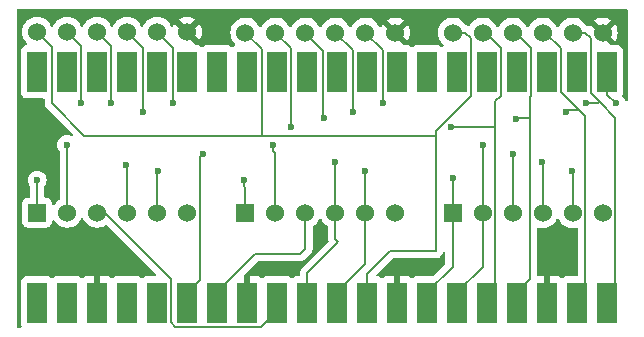
<source format=gbr>
%TF.GenerationSoftware,KiCad,Pcbnew,8.0.5*%
%TF.CreationDate,2024-10-27T11:23:10+01:00*%
%TF.ProjectId,hpdl display,6870646c-2064-4697-9370-6c61792e6b69,rev?*%
%TF.SameCoordinates,Original*%
%TF.FileFunction,Copper,L2,Bot*%
%TF.FilePolarity,Positive*%
%FSLAX46Y46*%
G04 Gerber Fmt 4.6, Leading zero omitted, Abs format (unit mm)*
G04 Created by KiCad (PCBNEW 8.0.5) date 2024-10-27 11:23:10*
%MOMM*%
%LPD*%
G01*
G04 APERTURE LIST*
%TA.AperFunction,ComponentPad*%
%ADD10R,1.524000X1.524000*%
%TD*%
%TA.AperFunction,ComponentPad*%
%ADD11C,1.524000*%
%TD*%
%TA.AperFunction,SMDPad,CuDef*%
%ADD12R,1.700000X3.500000*%
%TD*%
%TA.AperFunction,ViaPad*%
%ADD13C,0.600000*%
%TD*%
%TA.AperFunction,Conductor*%
%ADD14C,0.200000*%
%TD*%
G04 APERTURE END LIST*
D10*
%TO.P,U1,1,D5*%
%TO.N,/D5*%
X133740000Y-90250000D03*
D11*
%TO.P,U1,2,D4*%
%TO.N,/D4*%
X136280000Y-90250000D03*
%TO.P,U1,3,WR*%
%TO.N,/WR0*%
X138820000Y-90250000D03*
%TO.P,U1,4,A1*%
%TO.N,/A1*%
X141360000Y-90250000D03*
%TO.P,U1,5,A0*%
%TO.N,/A0*%
X143900000Y-90250000D03*
%TO.P,U1,6,VDD*%
%TO.N,VCC*%
X146440000Y-90250000D03*
%TO.P,U1,7,GND*%
%TO.N,GND*%
X146440000Y-74950000D03*
%TO.P,U1,8,D0*%
%TO.N,/D0*%
X143900000Y-74950000D03*
%TO.P,U1,9,D1*%
%TO.N,/D1*%
X141360000Y-74950000D03*
%TO.P,U1,10,D2*%
%TO.N,/D2*%
X138820000Y-74950000D03*
%TO.P,U1,11,D3*%
%TO.N,/D3*%
X136280000Y-74950000D03*
%TO.P,U1,12,D6*%
%TO.N,/D6*%
X133740000Y-74950000D03*
%TD*%
D10*
%TO.P,U3,1,D5*%
%TO.N,/D5*%
X168920000Y-90300000D03*
D11*
%TO.P,U3,2,D4*%
%TO.N,/D4*%
X171460000Y-90300000D03*
%TO.P,U3,3,WR*%
%TO.N,/WR2*%
X174000000Y-90300000D03*
%TO.P,U3,4,A1*%
%TO.N,/A1*%
X176540000Y-90300000D03*
%TO.P,U3,5,A0*%
%TO.N,/A0*%
X179080000Y-90300000D03*
%TO.P,U3,6,VDD*%
%TO.N,VCC*%
X181620000Y-90300000D03*
%TO.P,U3,7,GND*%
%TO.N,GND*%
X181620000Y-75000000D03*
%TO.P,U3,8,D0*%
%TO.N,/D0*%
X179080000Y-75000000D03*
%TO.P,U3,9,D1*%
%TO.N,/D1*%
X176540000Y-75000000D03*
%TO.P,U3,10,D2*%
%TO.N,/D2*%
X174000000Y-75000000D03*
%TO.P,U3,11,D3*%
%TO.N,/D3*%
X171460000Y-75000000D03*
%TO.P,U3,12,D6*%
%TO.N,/D6*%
X168920000Y-75000000D03*
%TD*%
D10*
%TO.P,U2,1,D5*%
%TO.N,/D5*%
X151380000Y-90300000D03*
D11*
%TO.P,U2,2,D4*%
%TO.N,/D4*%
X153920000Y-90300000D03*
%TO.P,U2,3,WR*%
%TO.N,/WR1*%
X156460000Y-90300000D03*
%TO.P,U2,4,A1*%
%TO.N,/A1*%
X159000000Y-90300000D03*
%TO.P,U2,5,A0*%
%TO.N,/A0*%
X161540000Y-90300000D03*
%TO.P,U2,6,VDD*%
%TO.N,VCC*%
X164080000Y-90300000D03*
%TO.P,U2,7,GND*%
%TO.N,GND*%
X164080000Y-75000000D03*
%TO.P,U2,8,D0*%
%TO.N,/D0*%
X161540000Y-75000000D03*
%TO.P,U2,9,D1*%
%TO.N,/D1*%
X159000000Y-75000000D03*
%TO.P,U2,10,D2*%
%TO.N,/D2*%
X156460000Y-75000000D03*
%TO.P,U2,11,D3*%
%TO.N,/D3*%
X153920000Y-75000000D03*
%TO.P,U2,12,D6*%
%TO.N,/D6*%
X151380000Y-75000000D03*
%TD*%
D12*
%TO.P,U4,1,GPIO0*%
%TO.N,/D0*%
X182000000Y-97900000D03*
%TO.P,U4,2,GPIO1*%
%TO.N,/D1*%
X179460000Y-97900000D03*
%TO.P,U4,3,GND*%
%TO.N,GND*%
X176920000Y-97900000D03*
%TO.P,U4,4,GPIO2*%
%TO.N,/D2*%
X174380000Y-97900000D03*
%TO.P,U4,5,GPIO3*%
%TO.N,/D3*%
X171840000Y-97900000D03*
%TO.P,U4,6,GPIO4*%
%TO.N,/D4*%
X169300000Y-97900000D03*
%TO.P,U4,7,GPIO5*%
%TO.N,/D5*%
X166760000Y-97900000D03*
%TO.P,U4,8,GND*%
%TO.N,GND*%
X164220000Y-97900000D03*
%TO.P,U4,9,GPIO6*%
%TO.N,/D6*%
X161680000Y-97900000D03*
%TO.P,U4,10,GPIO7*%
%TO.N,/A0*%
X159140000Y-97900000D03*
%TO.P,U4,11,GPIO8*%
%TO.N,/A1*%
X156600000Y-97900000D03*
%TO.P,U4,12,GPIO9*%
%TO.N,/WR0*%
X154060000Y-97900000D03*
%TO.P,U4,13,GND*%
%TO.N,GND*%
X151520000Y-97900000D03*
%TO.P,U4,14,GPIO10*%
%TO.N,/WR1*%
X148980000Y-97900000D03*
%TO.P,U4,15,GPIO11*%
%TO.N,/WR2*%
X146440000Y-97900000D03*
%TO.P,U4,16,GPIO12*%
%TO.N,unconnected-(U4-GPIO12-Pad16)*%
X143900000Y-97900000D03*
%TO.P,U4,17,GPIO13*%
%TO.N,unconnected-(U4-GPIO13-Pad17)*%
X141360000Y-97900000D03*
%TO.P,U4,18,GND*%
%TO.N,GND*%
X138820000Y-97900000D03*
%TO.P,U4,19,GPIO14*%
%TO.N,unconnected-(U4-GPIO14-Pad19)*%
X136280000Y-97900000D03*
%TO.P,U4,20,GPIO15*%
%TO.N,unconnected-(U4-GPIO15-Pad20)*%
X133740000Y-97900000D03*
%TO.P,U4,21,GPIO16*%
%TO.N,unconnected-(U4-GPIO16-Pad21)*%
X133740000Y-78320000D03*
%TO.P,U4,22,GPIO17*%
%TO.N,unconnected-(U4-GPIO17-Pad22)*%
X136280000Y-78320000D03*
%TO.P,U4,23,GND*%
%TO.N,unconnected-(U4-GND-Pad23)*%
X138820000Y-78320000D03*
%TO.P,U4,24,GPIO18*%
%TO.N,unconnected-(U4-GPIO18-Pad24)*%
X141360000Y-78320000D03*
%TO.P,U4,25,GPIO19*%
%TO.N,unconnected-(U4-GPIO19-Pad25)*%
X143900000Y-78320000D03*
%TO.P,U4,26,GPIO20*%
%TO.N,unconnected-(U4-GPIO20-Pad26)*%
X146440000Y-78320000D03*
%TO.P,U4,27,GPIO21*%
%TO.N,unconnected-(U4-GPIO21-Pad27)*%
X148980000Y-78320000D03*
%TO.P,U4,28,GND*%
%TO.N,unconnected-(U4-GND-Pad28)*%
X151520000Y-78320000D03*
%TO.P,U4,29,GPIO22*%
%TO.N,unconnected-(U4-GPIO22-Pad29)*%
X154060000Y-78320000D03*
%TO.P,U4,30,RUN*%
%TO.N,unconnected-(U4-RUN-Pad30)*%
X156600000Y-78320000D03*
%TO.P,U4,31,GPIO26_ADC0*%
%TO.N,unconnected-(U4-GPIO26_ADC0-Pad31)*%
X159140000Y-78320000D03*
%TO.P,U4,32,GPIO27_ADC1*%
%TO.N,unconnected-(U4-GPIO27_ADC1-Pad32)*%
X161680000Y-78320000D03*
%TO.P,U4,33,AGND*%
%TO.N,unconnected-(U4-AGND-Pad33)*%
X164220000Y-78320000D03*
%TO.P,U4,34,GPIO28_ADC2*%
%TO.N,unconnected-(U4-GPIO28_ADC2-Pad34)*%
X166760000Y-78320000D03*
%TO.P,U4,35,ADC_VREF*%
%TO.N,unconnected-(U4-ADC_VREF-Pad35)*%
X169300000Y-78320000D03*
%TO.P,U4,36,3V3*%
%TO.N,unconnected-(U4-3V3-Pad36)*%
X171840000Y-78320000D03*
%TO.P,U4,37,3V3_EN*%
%TO.N,unconnected-(U4-3V3_EN-Pad37)*%
X174380000Y-78320000D03*
%TO.P,U4,38,GND*%
%TO.N,unconnected-(U4-GND-Pad38)*%
X176920000Y-78320000D03*
%TO.P,U4,39,VSYS*%
%TO.N,unconnected-(U4-VSYS-Pad39)*%
X179460000Y-78320000D03*
%TO.P,U4,40,VBUS*%
%TO.N,VCC*%
X182000000Y-78320000D03*
%TD*%
D13*
%TO.N,GND*%
X177000000Y-95000000D03*
X164250000Y-95000000D03*
X153000000Y-95000000D03*
X142250000Y-95000000D03*
%TO.N,VCC*%
X182750000Y-81000000D03*
%TO.N,/D4*%
X171500000Y-84500000D03*
X153750000Y-84500000D03*
X136250000Y-84500000D03*
%TO.N,/D3*%
X168750000Y-83000000D03*
X137500000Y-81000000D03*
X155250000Y-83000000D03*
%TO.N,/A0*%
X144000000Y-86750000D03*
X161500000Y-86750000D03*
X179000000Y-86750000D03*
%TO.N,/D1*%
X178500000Y-81750000D03*
X142750000Y-81750000D03*
X160500000Y-81750000D03*
%TO.N,/A1*%
X176500000Y-86000000D03*
X159000000Y-86000000D03*
X141250000Y-86250000D03*
%TO.N,/D5*%
X133750000Y-87500000D03*
X151250000Y-87500000D03*
X168920000Y-87350000D03*
%TO.N,/D2*%
X158000000Y-82250000D03*
X140000000Y-81000000D03*
X174250000Y-82350000D03*
%TO.N,/D0*%
X145250000Y-81000000D03*
X180250000Y-81000000D03*
X163000000Y-81000000D03*
%TO.N,/WR2*%
X174000000Y-85250000D03*
X147750000Y-85250000D03*
%TD*%
D14*
%TO.N,VCC*%
X182000000Y-79220000D02*
X182000000Y-80250000D01*
X182000000Y-80250000D02*
X182750000Y-81000000D01*
%TO.N,/D6*%
X152750000Y-76370000D02*
X151380000Y-75000000D01*
X167500000Y-83750000D02*
X152750000Y-83750000D01*
X152750000Y-83750000D02*
X137750000Y-83750000D01*
X135000000Y-76210000D02*
X133740000Y-74950000D01*
X163596000Y-93500000D02*
X167500000Y-93500000D01*
X170450000Y-80370000D02*
X170450000Y-75452370D01*
X167500000Y-93500000D02*
X167500000Y-83750000D01*
X135000000Y-81000000D02*
X135000000Y-76210000D01*
X161680000Y-97000000D02*
X161680000Y-95416000D01*
X161680000Y-95416000D02*
X163596000Y-93500000D01*
X169997630Y-75000000D02*
X168920000Y-75000000D01*
X167500000Y-83320000D02*
X170450000Y-80370000D01*
X167500000Y-83750000D02*
X167500000Y-83320000D01*
X152750000Y-83750000D02*
X152750000Y-76370000D01*
X170450000Y-75452370D02*
X169997630Y-75000000D01*
X137750000Y-83750000D02*
X135000000Y-81000000D01*
%TO.N,/D4*%
X136280000Y-84530000D02*
X136280000Y-90250000D01*
X171460000Y-90300000D02*
X171460000Y-84540000D01*
X171460000Y-94840000D02*
X171460000Y-90300000D01*
X171460000Y-84540000D02*
X171500000Y-84500000D01*
X153920000Y-85170000D02*
X153920000Y-90300000D01*
X153750000Y-85000000D02*
X153920000Y-85170000D01*
X169300000Y-97000000D02*
X171460000Y-94840000D01*
X136250000Y-84500000D02*
X136280000Y-84530000D01*
X153750000Y-84500000D02*
X153750000Y-85000000D01*
%TO.N,/D3*%
X137500000Y-81000000D02*
X137500000Y-76170000D01*
X155250000Y-76330000D02*
X153920000Y-75000000D01*
X155250000Y-83000000D02*
X155250000Y-76330000D01*
X172990000Y-76270000D02*
X171720000Y-75000000D01*
X172522000Y-80838000D02*
X172990000Y-80370000D01*
X172522000Y-83000000D02*
X172522000Y-80838000D01*
X171720000Y-75000000D02*
X171460000Y-75000000D01*
X137500000Y-76170000D02*
X136280000Y-74950000D01*
X172522000Y-83000000D02*
X168750000Y-83000000D01*
X172990000Y-80370000D02*
X172990000Y-76270000D01*
X172522000Y-96318000D02*
X172522000Y-83000000D01*
X171840000Y-97000000D02*
X172522000Y-96318000D01*
%TO.N,/A0*%
X143900000Y-86850000D02*
X144000000Y-86750000D01*
X179080000Y-86830000D02*
X179000000Y-86750000D01*
X179080000Y-90300000D02*
X179080000Y-86830000D01*
X161540000Y-86790000D02*
X161540000Y-90300000D01*
X161500000Y-86750000D02*
X161540000Y-86790000D01*
X159140000Y-97000000D02*
X161540000Y-94600000D01*
X143900000Y-90250000D02*
X143900000Y-86850000D01*
X161540000Y-94600000D02*
X161540000Y-90300000D01*
%TO.N,/WR0*%
X145450000Y-99950000D02*
X145050000Y-99550000D01*
X139450000Y-90250000D02*
X138820000Y-90250000D01*
X154060000Y-97000000D02*
X154060000Y-98560000D01*
X152670000Y-99950000D02*
X145450000Y-99950000D01*
X154060000Y-98560000D02*
X152670000Y-99950000D01*
X145050000Y-95850000D02*
X139450000Y-90250000D01*
X145050000Y-99550000D02*
X145050000Y-95850000D01*
%TO.N,/D1*%
X176750000Y-75000000D02*
X176540000Y-75000000D01*
X180142000Y-96318000D02*
X180142000Y-82072000D01*
X160500000Y-76500000D02*
X159000000Y-75000000D01*
X142750000Y-76340000D02*
X141360000Y-74950000D01*
X160500000Y-81750000D02*
X160500000Y-76500000D01*
X178070000Y-76320000D02*
X176750000Y-75000000D01*
X178660000Y-81590000D02*
X178500000Y-81750000D01*
X180142000Y-82072000D02*
X179660000Y-81590000D01*
X179660000Y-81590000D02*
X178660000Y-81590000D01*
X142750000Y-81750000D02*
X142750000Y-76340000D01*
X178070000Y-80000000D02*
X178070000Y-76320000D01*
X179460000Y-97000000D02*
X180142000Y-96318000D01*
X179660000Y-81590000D02*
X178070000Y-80000000D01*
%TO.N,/A1*%
X176540000Y-86040000D02*
X176500000Y-86000000D01*
X141250000Y-86250000D02*
X141360000Y-86360000D01*
X159000000Y-86000000D02*
X159000000Y-90300000D01*
X156600000Y-97000000D02*
X156600000Y-95400000D01*
X159250000Y-92750000D02*
X159000000Y-92500000D01*
X176540000Y-90300000D02*
X176540000Y-86040000D01*
X141360000Y-86360000D02*
X141360000Y-90250000D01*
X159000000Y-92500000D02*
X159000000Y-90300000D01*
X156600000Y-95400000D02*
X159250000Y-92750000D01*
%TO.N,/D5*%
X151250000Y-88000000D02*
X151380000Y-88130000D01*
X168920000Y-94840000D02*
X168920000Y-90300000D01*
X151250000Y-87500000D02*
X151250000Y-88000000D01*
X133740000Y-87510000D02*
X133740000Y-90250000D01*
X151380000Y-88130000D02*
X151380000Y-90300000D01*
X166760000Y-97000000D02*
X168920000Y-94840000D01*
X133750000Y-87500000D02*
X133740000Y-87510000D01*
X168920000Y-87330000D02*
X168920000Y-87350000D01*
X168920000Y-87330000D02*
X169000000Y-87250000D01*
X168920000Y-90300000D02*
X168920000Y-87330000D01*
%TO.N,/D2*%
X174380000Y-97000000D02*
X175478000Y-95902000D01*
X157990000Y-76530000D02*
X156460000Y-75000000D01*
X175478000Y-95902000D02*
X175478000Y-82250000D01*
X174250000Y-75000000D02*
X174000000Y-75000000D01*
X140000000Y-81000000D02*
X140000000Y-76130000D01*
X158000000Y-82250000D02*
X157990000Y-82240000D01*
X174350000Y-82250000D02*
X174250000Y-82350000D01*
X175478000Y-82250000D02*
X174350000Y-82250000D01*
X140000000Y-76130000D02*
X138820000Y-74950000D01*
X157990000Y-82240000D02*
X157990000Y-76530000D01*
X175478000Y-80422000D02*
X175530000Y-80370000D01*
X175478000Y-82250000D02*
X175478000Y-80422000D01*
X175530000Y-80370000D02*
X175530000Y-76280000D01*
X175530000Y-76280000D02*
X174250000Y-75000000D01*
%TO.N,/D0*%
X181250000Y-81000000D02*
X180250000Y-81000000D01*
X181365000Y-80885000D02*
X180610000Y-80130000D01*
X163000000Y-81000000D02*
X163000000Y-76460000D01*
X145250000Y-76300000D02*
X143900000Y-74950000D01*
X182000000Y-97000000D02*
X182682000Y-96318000D01*
X182682000Y-96318000D02*
X182682000Y-82202000D01*
X181365000Y-80885000D02*
X181250000Y-81000000D01*
X145250000Y-81000000D02*
X145250000Y-76300000D01*
X180610000Y-75491895D02*
X180118105Y-75000000D01*
X180118105Y-75000000D02*
X179080000Y-75000000D01*
X182682000Y-82202000D02*
X181365000Y-80885000D01*
X163000000Y-76460000D02*
X161540000Y-75000000D01*
X180610000Y-80130000D02*
X180610000Y-75491895D01*
%TO.N,/WR1*%
X152230000Y-93750000D02*
X156000000Y-93750000D01*
X148980000Y-97000000D02*
X152230000Y-93750000D01*
X156460000Y-93290000D02*
X156460000Y-90300000D01*
X156000000Y-93750000D02*
X156460000Y-93290000D01*
%TO.N,/WR2*%
X146440000Y-97000000D02*
X147502000Y-95938000D01*
X147502000Y-95938000D02*
X147502000Y-85498000D01*
X174000000Y-85250000D02*
X174000000Y-90300000D01*
X147502000Y-85498000D02*
X147750000Y-85250000D01*
%TD*%
%TA.AperFunction,Conductor*%
%TO.N,GND*%
G36*
X183692539Y-73020185D02*
G01*
X183738294Y-73072989D01*
X183749500Y-73124500D01*
X183749500Y-80702885D01*
X183729815Y-80769924D01*
X183677011Y-80815679D01*
X183607853Y-80825623D01*
X183544297Y-80796598D01*
X183508459Y-80743840D01*
X183475790Y-80650479D01*
X183421508Y-80564091D01*
X183379816Y-80497738D01*
X183323145Y-80441067D01*
X183289660Y-80379744D01*
X183294643Y-80310058D01*
X183344091Y-80177483D01*
X183350500Y-80117873D01*
X183350499Y-76522128D01*
X183344091Y-76462517D01*
X183293796Y-76327669D01*
X183293795Y-76327668D01*
X183293793Y-76327664D01*
X183207547Y-76212455D01*
X183207544Y-76212452D01*
X183092335Y-76126206D01*
X183092328Y-76126202D01*
X182957482Y-76075908D01*
X182957483Y-76075908D01*
X182897883Y-76069501D01*
X182897881Y-76069500D01*
X182897873Y-76069500D01*
X182897865Y-76069500D01*
X182387309Y-76069500D01*
X182320270Y-76049815D01*
X182299628Y-76033181D01*
X181641447Y-75375000D01*
X181919370Y-75375000D01*
X182014745Y-75349444D01*
X182100255Y-75300075D01*
X182170075Y-75230255D01*
X182182422Y-75208869D01*
X182671741Y-75698188D01*
X182717094Y-75633417D01*
X182717100Y-75633407D01*
X182810419Y-75433284D01*
X182810424Y-75433270D01*
X182867573Y-75219986D01*
X182867575Y-75219976D01*
X182886821Y-75000000D01*
X182886821Y-74999999D01*
X182867575Y-74780023D01*
X182867573Y-74780013D01*
X182810424Y-74566729D01*
X182810420Y-74566720D01*
X182717096Y-74366586D01*
X182671741Y-74301811D01*
X182671740Y-74301810D01*
X182182421Y-74791129D01*
X182170075Y-74769745D01*
X182100255Y-74699925D01*
X182014745Y-74650556D01*
X181919370Y-74625000D01*
X181641448Y-74625000D01*
X182318188Y-73948259D01*
X182318187Y-73948258D01*
X182253411Y-73902901D01*
X182253405Y-73902898D01*
X182053284Y-73809580D01*
X182053270Y-73809575D01*
X181839986Y-73752426D01*
X181839976Y-73752424D01*
X181620001Y-73733179D01*
X181619999Y-73733179D01*
X181400023Y-73752424D01*
X181400013Y-73752426D01*
X181186729Y-73809575D01*
X181186720Y-73809579D01*
X180986590Y-73902901D01*
X180921811Y-73948258D01*
X181598553Y-74625000D01*
X181320630Y-74625000D01*
X181225255Y-74650556D01*
X181139745Y-74699925D01*
X181069925Y-74769745D01*
X181057577Y-74791130D01*
X180568258Y-74301811D01*
X180522901Y-74366589D01*
X180516203Y-74380954D01*
X180470029Y-74433392D01*
X180402835Y-74452542D01*
X180356366Y-74443106D01*
X180349892Y-74440424D01*
X180349890Y-74440423D01*
X180245174Y-74412364D01*
X180185516Y-74376000D01*
X180175695Y-74363713D01*
X180166566Y-74350676D01*
X180097341Y-74251811D01*
X180050827Y-74185381D01*
X180000823Y-74135377D01*
X179894620Y-74029174D01*
X179894616Y-74029171D01*
X179894615Y-74029170D01*
X179713666Y-73902468D01*
X179713662Y-73902466D01*
X179704638Y-73898258D01*
X179513450Y-73809106D01*
X179513447Y-73809105D01*
X179513445Y-73809104D01*
X179300070Y-73751930D01*
X179300062Y-73751929D01*
X179080002Y-73732677D01*
X179079998Y-73732677D01*
X178859937Y-73751929D01*
X178859929Y-73751930D01*
X178646554Y-73809104D01*
X178646548Y-73809107D01*
X178446340Y-73902465D01*
X178446338Y-73902466D01*
X178265377Y-74029175D01*
X178109175Y-74185377D01*
X177982466Y-74366338D01*
X177982465Y-74366340D01*
X177922382Y-74495189D01*
X177876209Y-74547628D01*
X177809016Y-74566780D01*
X177742135Y-74546564D01*
X177697618Y-74495189D01*
X177673331Y-74443106D01*
X177637534Y-74366339D01*
X177557341Y-74251811D01*
X177510827Y-74185381D01*
X177460823Y-74135377D01*
X177354620Y-74029174D01*
X177354616Y-74029171D01*
X177354615Y-74029170D01*
X177173666Y-73902468D01*
X177173662Y-73902466D01*
X177164638Y-73898258D01*
X176973450Y-73809106D01*
X176973447Y-73809105D01*
X176973445Y-73809104D01*
X176760070Y-73751930D01*
X176760062Y-73751929D01*
X176540002Y-73732677D01*
X176539998Y-73732677D01*
X176319937Y-73751929D01*
X176319929Y-73751930D01*
X176106554Y-73809104D01*
X176106548Y-73809107D01*
X175906340Y-73902465D01*
X175906338Y-73902466D01*
X175725377Y-74029175D01*
X175569175Y-74185377D01*
X175442466Y-74366338D01*
X175442465Y-74366340D01*
X175382382Y-74495189D01*
X175336209Y-74547628D01*
X175269016Y-74566780D01*
X175202135Y-74546564D01*
X175157618Y-74495189D01*
X175133331Y-74443106D01*
X175097534Y-74366339D01*
X175017341Y-74251811D01*
X174970827Y-74185381D01*
X174920823Y-74135377D01*
X174814620Y-74029174D01*
X174814616Y-74029171D01*
X174814615Y-74029170D01*
X174633666Y-73902468D01*
X174633662Y-73902466D01*
X174624638Y-73898258D01*
X174433450Y-73809106D01*
X174433447Y-73809105D01*
X174433445Y-73809104D01*
X174220070Y-73751930D01*
X174220062Y-73751929D01*
X174000002Y-73732677D01*
X173999998Y-73732677D01*
X173779937Y-73751929D01*
X173779929Y-73751930D01*
X173566554Y-73809104D01*
X173566548Y-73809107D01*
X173366340Y-73902465D01*
X173366338Y-73902466D01*
X173185377Y-74029175D01*
X173029175Y-74185377D01*
X172902466Y-74366338D01*
X172902465Y-74366340D01*
X172842382Y-74495189D01*
X172796209Y-74547628D01*
X172729016Y-74566780D01*
X172662135Y-74546564D01*
X172617618Y-74495189D01*
X172593331Y-74443106D01*
X172557534Y-74366339D01*
X172477341Y-74251811D01*
X172430827Y-74185381D01*
X172380823Y-74135377D01*
X172274620Y-74029174D01*
X172274616Y-74029171D01*
X172274615Y-74029170D01*
X172093666Y-73902468D01*
X172093662Y-73902466D01*
X172084638Y-73898258D01*
X171893450Y-73809106D01*
X171893447Y-73809105D01*
X171893445Y-73809104D01*
X171680070Y-73751930D01*
X171680062Y-73751929D01*
X171460002Y-73732677D01*
X171459998Y-73732677D01*
X171239937Y-73751929D01*
X171239929Y-73751930D01*
X171026554Y-73809104D01*
X171026548Y-73809107D01*
X170826340Y-73902465D01*
X170826338Y-73902466D01*
X170645377Y-74029175D01*
X170489175Y-74185377D01*
X170362466Y-74366337D01*
X170362461Y-74366345D01*
X170360947Y-74369594D01*
X170359900Y-74370782D01*
X170359758Y-74371029D01*
X170359708Y-74371000D01*
X170314771Y-74422030D01*
X170247576Y-74441177D01*
X170216477Y-74436956D01*
X170076687Y-74399499D01*
X170076686Y-74399499D01*
X170076048Y-74399328D01*
X170016388Y-74362962D01*
X170006567Y-74350676D01*
X169890827Y-74185381D01*
X169840823Y-74135377D01*
X169734620Y-74029174D01*
X169734616Y-74029171D01*
X169734615Y-74029170D01*
X169553666Y-73902468D01*
X169553662Y-73902466D01*
X169544638Y-73898258D01*
X169353450Y-73809106D01*
X169353447Y-73809105D01*
X169353445Y-73809104D01*
X169140070Y-73751930D01*
X169140062Y-73751929D01*
X168920002Y-73732677D01*
X168919998Y-73732677D01*
X168699937Y-73751929D01*
X168699929Y-73751930D01*
X168486554Y-73809104D01*
X168486548Y-73809107D01*
X168286340Y-73902465D01*
X168286338Y-73902466D01*
X168105377Y-74029175D01*
X167949175Y-74185377D01*
X167822466Y-74366338D01*
X167822465Y-74366340D01*
X167729107Y-74566548D01*
X167729104Y-74566554D01*
X167671930Y-74779929D01*
X167671929Y-74779937D01*
X167652677Y-74999997D01*
X167652677Y-75000002D01*
X167671929Y-75220062D01*
X167671930Y-75220070D01*
X167729104Y-75433445D01*
X167729105Y-75433447D01*
X167729106Y-75433450D01*
X167799151Y-75583662D01*
X167822466Y-75633662D01*
X167822468Y-75633666D01*
X167914164Y-75764621D01*
X167949174Y-75814620D01*
X168044703Y-75910149D01*
X168105381Y-75970827D01*
X168125205Y-75984708D01*
X168168830Y-76039285D01*
X168176024Y-76108783D01*
X168144501Y-76171138D01*
X168128394Y-76185549D01*
X168104312Y-76203577D01*
X168038848Y-76227995D01*
X167970574Y-76213144D01*
X167955689Y-76203578D01*
X167852330Y-76126203D01*
X167852328Y-76126202D01*
X167717482Y-76075908D01*
X167717483Y-76075908D01*
X167657883Y-76069501D01*
X167657881Y-76069500D01*
X167657873Y-76069500D01*
X167657864Y-76069500D01*
X165862129Y-76069500D01*
X165862123Y-76069501D01*
X165802516Y-76075908D01*
X165667671Y-76126202D01*
X165667669Y-76126203D01*
X165564311Y-76203578D01*
X165498847Y-76227995D01*
X165430574Y-76213144D01*
X165415689Y-76203578D01*
X165312330Y-76126203D01*
X165312328Y-76126202D01*
X165177482Y-76075908D01*
X165177483Y-76075908D01*
X165117883Y-76069501D01*
X165117881Y-76069500D01*
X165117873Y-76069500D01*
X165117865Y-76069500D01*
X164847309Y-76069500D01*
X164780270Y-76049815D01*
X164759628Y-76033181D01*
X164101447Y-75375000D01*
X164379370Y-75375000D01*
X164474745Y-75349444D01*
X164560255Y-75300075D01*
X164630075Y-75230255D01*
X164642422Y-75208869D01*
X165131741Y-75698188D01*
X165177094Y-75633417D01*
X165177100Y-75633407D01*
X165270419Y-75433284D01*
X165270424Y-75433270D01*
X165327573Y-75219986D01*
X165327575Y-75219976D01*
X165346821Y-75000000D01*
X165346821Y-74999999D01*
X165327575Y-74780023D01*
X165327573Y-74780013D01*
X165270424Y-74566729D01*
X165270420Y-74566720D01*
X165177096Y-74366586D01*
X165131741Y-74301811D01*
X165131740Y-74301810D01*
X164642421Y-74791129D01*
X164630075Y-74769745D01*
X164560255Y-74699925D01*
X164474745Y-74650556D01*
X164379370Y-74625000D01*
X164101448Y-74625000D01*
X164778188Y-73948259D01*
X164778187Y-73948258D01*
X164713411Y-73902901D01*
X164713405Y-73902898D01*
X164513284Y-73809580D01*
X164513270Y-73809575D01*
X164299986Y-73752426D01*
X164299976Y-73752424D01*
X164080001Y-73733179D01*
X164079999Y-73733179D01*
X163860023Y-73752424D01*
X163860013Y-73752426D01*
X163646729Y-73809575D01*
X163646720Y-73809579D01*
X163446590Y-73902901D01*
X163381811Y-73948258D01*
X164058553Y-74625000D01*
X163780630Y-74625000D01*
X163685255Y-74650556D01*
X163599745Y-74699925D01*
X163529925Y-74769745D01*
X163517577Y-74791130D01*
X163028258Y-74301811D01*
X162982901Y-74366590D01*
X162922658Y-74495781D01*
X162876485Y-74548220D01*
X162809292Y-74567372D01*
X162742411Y-74547156D01*
X162697894Y-74495781D01*
X162673331Y-74443106D01*
X162637534Y-74366339D01*
X162557341Y-74251811D01*
X162510827Y-74185381D01*
X162460823Y-74135377D01*
X162354620Y-74029174D01*
X162354616Y-74029171D01*
X162354615Y-74029170D01*
X162173666Y-73902468D01*
X162173662Y-73902466D01*
X162164638Y-73898258D01*
X161973450Y-73809106D01*
X161973447Y-73809105D01*
X161973445Y-73809104D01*
X161760070Y-73751930D01*
X161760062Y-73751929D01*
X161540002Y-73732677D01*
X161539998Y-73732677D01*
X161319937Y-73751929D01*
X161319929Y-73751930D01*
X161106554Y-73809104D01*
X161106548Y-73809107D01*
X160906340Y-73902465D01*
X160906338Y-73902466D01*
X160725377Y-74029175D01*
X160569175Y-74185377D01*
X160442466Y-74366338D01*
X160442465Y-74366340D01*
X160382382Y-74495189D01*
X160336209Y-74547628D01*
X160269016Y-74566780D01*
X160202135Y-74546564D01*
X160157618Y-74495189D01*
X160133331Y-74443106D01*
X160097534Y-74366339D01*
X160017341Y-74251811D01*
X159970827Y-74185381D01*
X159920823Y-74135377D01*
X159814620Y-74029174D01*
X159814616Y-74029171D01*
X159814615Y-74029170D01*
X159633666Y-73902468D01*
X159633662Y-73902466D01*
X159624638Y-73898258D01*
X159433450Y-73809106D01*
X159433447Y-73809105D01*
X159433445Y-73809104D01*
X159220070Y-73751930D01*
X159220062Y-73751929D01*
X159000002Y-73732677D01*
X158999998Y-73732677D01*
X158779937Y-73751929D01*
X158779929Y-73751930D01*
X158566554Y-73809104D01*
X158566548Y-73809107D01*
X158366340Y-73902465D01*
X158366338Y-73902466D01*
X158185377Y-74029175D01*
X158029175Y-74185377D01*
X157902466Y-74366338D01*
X157902465Y-74366340D01*
X157842382Y-74495189D01*
X157796209Y-74547628D01*
X157729016Y-74566780D01*
X157662135Y-74546564D01*
X157617618Y-74495189D01*
X157593331Y-74443106D01*
X157557534Y-74366339D01*
X157477341Y-74251811D01*
X157430827Y-74185381D01*
X157380823Y-74135377D01*
X157274620Y-74029174D01*
X157274616Y-74029171D01*
X157274615Y-74029170D01*
X157093666Y-73902468D01*
X157093662Y-73902466D01*
X157084638Y-73898258D01*
X156893450Y-73809106D01*
X156893447Y-73809105D01*
X156893445Y-73809104D01*
X156680070Y-73751930D01*
X156680062Y-73751929D01*
X156460002Y-73732677D01*
X156459998Y-73732677D01*
X156239937Y-73751929D01*
X156239929Y-73751930D01*
X156026554Y-73809104D01*
X156026548Y-73809107D01*
X155826340Y-73902465D01*
X155826338Y-73902466D01*
X155645377Y-74029175D01*
X155489175Y-74185377D01*
X155362466Y-74366338D01*
X155362465Y-74366340D01*
X155302382Y-74495189D01*
X155256209Y-74547628D01*
X155189016Y-74566780D01*
X155122135Y-74546564D01*
X155077618Y-74495189D01*
X155053331Y-74443106D01*
X155017534Y-74366339D01*
X154937341Y-74251811D01*
X154890827Y-74185381D01*
X154840823Y-74135377D01*
X154734620Y-74029174D01*
X154734616Y-74029171D01*
X154734615Y-74029170D01*
X154553666Y-73902468D01*
X154553662Y-73902466D01*
X154544638Y-73898258D01*
X154353450Y-73809106D01*
X154353447Y-73809105D01*
X154353445Y-73809104D01*
X154140070Y-73751930D01*
X154140062Y-73751929D01*
X153920002Y-73732677D01*
X153919998Y-73732677D01*
X153699937Y-73751929D01*
X153699929Y-73751930D01*
X153486554Y-73809104D01*
X153486548Y-73809107D01*
X153286340Y-73902465D01*
X153286338Y-73902466D01*
X153105377Y-74029175D01*
X152949175Y-74185377D01*
X152822466Y-74366338D01*
X152822465Y-74366340D01*
X152762382Y-74495189D01*
X152716209Y-74547628D01*
X152649016Y-74566780D01*
X152582135Y-74546564D01*
X152537618Y-74495189D01*
X152513331Y-74443106D01*
X152477534Y-74366339D01*
X152397341Y-74251811D01*
X152350827Y-74185381D01*
X152300823Y-74135377D01*
X152194620Y-74029174D01*
X152194616Y-74029171D01*
X152194615Y-74029170D01*
X152013666Y-73902468D01*
X152013662Y-73902466D01*
X152004638Y-73898258D01*
X151813450Y-73809106D01*
X151813447Y-73809105D01*
X151813445Y-73809104D01*
X151600070Y-73751930D01*
X151600062Y-73751929D01*
X151380002Y-73732677D01*
X151379998Y-73732677D01*
X151159937Y-73751929D01*
X151159929Y-73751930D01*
X150946554Y-73809104D01*
X150946548Y-73809107D01*
X150746340Y-73902465D01*
X150746338Y-73902466D01*
X150565377Y-74029175D01*
X150409175Y-74185377D01*
X150282466Y-74366338D01*
X150282465Y-74366340D01*
X150189107Y-74566548D01*
X150189104Y-74566554D01*
X150131930Y-74779929D01*
X150131929Y-74779937D01*
X150112677Y-74999997D01*
X150112677Y-75000002D01*
X150131929Y-75220062D01*
X150131930Y-75220070D01*
X150189104Y-75433445D01*
X150189105Y-75433447D01*
X150189106Y-75433450D01*
X150259151Y-75583662D01*
X150282466Y-75633662D01*
X150282468Y-75633666D01*
X150374164Y-75764621D01*
X150409174Y-75814620D01*
X150458274Y-75863720D01*
X150504703Y-75910149D01*
X150538187Y-75971473D01*
X150533203Y-76041164D01*
X150491331Y-76097097D01*
X150460356Y-76114011D01*
X150427674Y-76126201D01*
X150427669Y-76126203D01*
X150324311Y-76203578D01*
X150258847Y-76227995D01*
X150190574Y-76213144D01*
X150175689Y-76203578D01*
X150072330Y-76126203D01*
X150072328Y-76126202D01*
X149937482Y-76075908D01*
X149937483Y-76075908D01*
X149877883Y-76069501D01*
X149877881Y-76069500D01*
X149877873Y-76069500D01*
X149877864Y-76069500D01*
X148082129Y-76069500D01*
X148082123Y-76069501D01*
X148022516Y-76075908D01*
X147887671Y-76126202D01*
X147887669Y-76126203D01*
X147784311Y-76203578D01*
X147718847Y-76227995D01*
X147650574Y-76213144D01*
X147635689Y-76203578D01*
X147532330Y-76126203D01*
X147532328Y-76126202D01*
X147397482Y-76075908D01*
X147397483Y-76075908D01*
X147337883Y-76069501D01*
X147337881Y-76069500D01*
X147337873Y-76069500D01*
X147337865Y-76069500D01*
X147257309Y-76069500D01*
X147190270Y-76049815D01*
X147169628Y-76033181D01*
X146461447Y-75325000D01*
X146739370Y-75325000D01*
X146834745Y-75299444D01*
X146920255Y-75250075D01*
X146990075Y-75180255D01*
X147002422Y-75158869D01*
X147491741Y-75648188D01*
X147537094Y-75583417D01*
X147537100Y-75583407D01*
X147630419Y-75383284D01*
X147630424Y-75383270D01*
X147687573Y-75169986D01*
X147687575Y-75169976D01*
X147706821Y-74950000D01*
X147706821Y-74949999D01*
X147687575Y-74730023D01*
X147687573Y-74730013D01*
X147630424Y-74516729D01*
X147630420Y-74516720D01*
X147537096Y-74316586D01*
X147491741Y-74251811D01*
X147491740Y-74251810D01*
X147002421Y-74741129D01*
X146990075Y-74719745D01*
X146920255Y-74649925D01*
X146834745Y-74600556D01*
X146739370Y-74575000D01*
X146461448Y-74575000D01*
X147138188Y-73898259D01*
X147138187Y-73898258D01*
X147073411Y-73852901D01*
X147073405Y-73852898D01*
X146873284Y-73759580D01*
X146873270Y-73759575D01*
X146659986Y-73702426D01*
X146659976Y-73702424D01*
X146440001Y-73683179D01*
X146439999Y-73683179D01*
X146220023Y-73702424D01*
X146220013Y-73702426D01*
X146006729Y-73759575D01*
X146006720Y-73759579D01*
X145806590Y-73852901D01*
X145741811Y-73898258D01*
X146418553Y-74575000D01*
X146140630Y-74575000D01*
X146045255Y-74600556D01*
X145959745Y-74649925D01*
X145889925Y-74719745D01*
X145877577Y-74741130D01*
X145388258Y-74251811D01*
X145342901Y-74316590D01*
X145282658Y-74445781D01*
X145236485Y-74498220D01*
X145169292Y-74517372D01*
X145102411Y-74497156D01*
X145057894Y-74445781D01*
X145020966Y-74366589D01*
X144997534Y-74316339D01*
X144870826Y-74135380D01*
X144714620Y-73979174D01*
X144714616Y-73979171D01*
X144714615Y-73979170D01*
X144533666Y-73852468D01*
X144533662Y-73852466D01*
X144441690Y-73809579D01*
X144333450Y-73759106D01*
X144333447Y-73759105D01*
X144333445Y-73759104D01*
X144120070Y-73701930D01*
X144120062Y-73701929D01*
X143900002Y-73682677D01*
X143899998Y-73682677D01*
X143679937Y-73701929D01*
X143679929Y-73701930D01*
X143466554Y-73759104D01*
X143466548Y-73759107D01*
X143266340Y-73852465D01*
X143266338Y-73852466D01*
X143085377Y-73979175D01*
X142929175Y-74135377D01*
X142802466Y-74316338D01*
X142802465Y-74316340D01*
X142742382Y-74445189D01*
X142696209Y-74497628D01*
X142629016Y-74516780D01*
X142562135Y-74496564D01*
X142517618Y-74445189D01*
X142480966Y-74366589D01*
X142457534Y-74316339D01*
X142330826Y-74135380D01*
X142174620Y-73979174D01*
X142174616Y-73979171D01*
X142174615Y-73979170D01*
X141993666Y-73852468D01*
X141993662Y-73852466D01*
X141901690Y-73809579D01*
X141793450Y-73759106D01*
X141793447Y-73759105D01*
X141793445Y-73759104D01*
X141580070Y-73701930D01*
X141580062Y-73701929D01*
X141360002Y-73682677D01*
X141359998Y-73682677D01*
X141139937Y-73701929D01*
X141139929Y-73701930D01*
X140926554Y-73759104D01*
X140926548Y-73759107D01*
X140726340Y-73852465D01*
X140726338Y-73852466D01*
X140545377Y-73979175D01*
X140389175Y-74135377D01*
X140262466Y-74316338D01*
X140262465Y-74316340D01*
X140202382Y-74445189D01*
X140156209Y-74497628D01*
X140089016Y-74516780D01*
X140022135Y-74496564D01*
X139977618Y-74445189D01*
X139940966Y-74366589D01*
X139917534Y-74316339D01*
X139790826Y-74135380D01*
X139634620Y-73979174D01*
X139634616Y-73979171D01*
X139634615Y-73979170D01*
X139453666Y-73852468D01*
X139453662Y-73852466D01*
X139361690Y-73809579D01*
X139253450Y-73759106D01*
X139253447Y-73759105D01*
X139253445Y-73759104D01*
X139040070Y-73701930D01*
X139040062Y-73701929D01*
X138820002Y-73682677D01*
X138819998Y-73682677D01*
X138599937Y-73701929D01*
X138599929Y-73701930D01*
X138386554Y-73759104D01*
X138386548Y-73759107D01*
X138186340Y-73852465D01*
X138186338Y-73852466D01*
X138005377Y-73979175D01*
X137849175Y-74135377D01*
X137722466Y-74316338D01*
X137722465Y-74316340D01*
X137662382Y-74445189D01*
X137616209Y-74497628D01*
X137549016Y-74516780D01*
X137482135Y-74496564D01*
X137437618Y-74445189D01*
X137400966Y-74366589D01*
X137377534Y-74316339D01*
X137250826Y-74135380D01*
X137094620Y-73979174D01*
X137094616Y-73979171D01*
X137094615Y-73979170D01*
X136913666Y-73852468D01*
X136913662Y-73852466D01*
X136821690Y-73809579D01*
X136713450Y-73759106D01*
X136713447Y-73759105D01*
X136713445Y-73759104D01*
X136500070Y-73701930D01*
X136500062Y-73701929D01*
X136280002Y-73682677D01*
X136279998Y-73682677D01*
X136059937Y-73701929D01*
X136059929Y-73701930D01*
X135846554Y-73759104D01*
X135846548Y-73759107D01*
X135646340Y-73852465D01*
X135646338Y-73852466D01*
X135465377Y-73979175D01*
X135309175Y-74135377D01*
X135182466Y-74316338D01*
X135182465Y-74316340D01*
X135122382Y-74445189D01*
X135076209Y-74497628D01*
X135009016Y-74516780D01*
X134942135Y-74496564D01*
X134897618Y-74445189D01*
X134860966Y-74366589D01*
X134837534Y-74316339D01*
X134710826Y-74135380D01*
X134554620Y-73979174D01*
X134554616Y-73979171D01*
X134554615Y-73979170D01*
X134373666Y-73852468D01*
X134373662Y-73852466D01*
X134281690Y-73809579D01*
X134173450Y-73759106D01*
X134173447Y-73759105D01*
X134173445Y-73759104D01*
X133960070Y-73701930D01*
X133960062Y-73701929D01*
X133740002Y-73682677D01*
X133739998Y-73682677D01*
X133519937Y-73701929D01*
X133519929Y-73701930D01*
X133306554Y-73759104D01*
X133306548Y-73759107D01*
X133106340Y-73852465D01*
X133106338Y-73852466D01*
X132925377Y-73979175D01*
X132769175Y-74135377D01*
X132642466Y-74316338D01*
X132642465Y-74316340D01*
X132549107Y-74516548D01*
X132549104Y-74516554D01*
X132491930Y-74729929D01*
X132491929Y-74729937D01*
X132472677Y-74949997D01*
X132472677Y-74950002D01*
X132491929Y-75170062D01*
X132491930Y-75170070D01*
X132549104Y-75383445D01*
X132549105Y-75383447D01*
X132549106Y-75383450D01*
X132572422Y-75433451D01*
X132642466Y-75583662D01*
X132642468Y-75583666D01*
X132769170Y-75764615D01*
X132769175Y-75764621D01*
X132868274Y-75863720D01*
X132901759Y-75925043D01*
X132896775Y-75994735D01*
X132854903Y-76050668D01*
X132793847Y-76074691D01*
X132782516Y-76075909D01*
X132647671Y-76126202D01*
X132647664Y-76126206D01*
X132532455Y-76212452D01*
X132532452Y-76212455D01*
X132446206Y-76327664D01*
X132446202Y-76327671D01*
X132395908Y-76462517D01*
X132389501Y-76522116D01*
X132389501Y-76522123D01*
X132389500Y-76522135D01*
X132389500Y-80117870D01*
X132389501Y-80117876D01*
X132395908Y-80177483D01*
X132446202Y-80312328D01*
X132446206Y-80312335D01*
X132532452Y-80427544D01*
X132532455Y-80427547D01*
X132647664Y-80513793D01*
X132647671Y-80513797D01*
X132782517Y-80564091D01*
X132782516Y-80564091D01*
X132789444Y-80564835D01*
X132842127Y-80570500D01*
X134275500Y-80570499D01*
X134342539Y-80590184D01*
X134388294Y-80642987D01*
X134399500Y-80694499D01*
X134399500Y-80913330D01*
X134399499Y-80913348D01*
X134399499Y-81079054D01*
X134399498Y-81079054D01*
X134440423Y-81231787D01*
X134449634Y-81247739D01*
X134449633Y-81247739D01*
X134449635Y-81247741D01*
X134519475Y-81368709D01*
X134519481Y-81368717D01*
X134638349Y-81487585D01*
X134638355Y-81487590D01*
X136715998Y-83565233D01*
X136749483Y-83626556D01*
X136744499Y-83696248D01*
X136702627Y-83752181D01*
X136637163Y-83776598D01*
X136587362Y-83769956D01*
X136429254Y-83714631D01*
X136429249Y-83714630D01*
X136250004Y-83694435D01*
X136249996Y-83694435D01*
X136070750Y-83714630D01*
X136070745Y-83714631D01*
X135900476Y-83774211D01*
X135747737Y-83870184D01*
X135620184Y-83997737D01*
X135524211Y-84150476D01*
X135464631Y-84320745D01*
X135464630Y-84320750D01*
X135444435Y-84499996D01*
X135444435Y-84500003D01*
X135464630Y-84679249D01*
X135464631Y-84679254D01*
X135524211Y-84849523D01*
X135620184Y-85002262D01*
X135643181Y-85025259D01*
X135676666Y-85086582D01*
X135679500Y-85112940D01*
X135679500Y-89064695D01*
X135659815Y-89131734D01*
X135626623Y-89166270D01*
X135465378Y-89279174D01*
X135309175Y-89435377D01*
X135228074Y-89551203D01*
X135173497Y-89594828D01*
X135103999Y-89602022D01*
X135041644Y-89570499D01*
X135006230Y-89510270D01*
X135002499Y-89480080D01*
X135002499Y-89440129D01*
X135002498Y-89440123D01*
X135002497Y-89440116D01*
X134996091Y-89380517D01*
X134976941Y-89329174D01*
X134945797Y-89245671D01*
X134945793Y-89245664D01*
X134859547Y-89130455D01*
X134859544Y-89130452D01*
X134744335Y-89044206D01*
X134744328Y-89044202D01*
X134609482Y-88993908D01*
X134609483Y-88993908D01*
X134549883Y-88987501D01*
X134549881Y-88987500D01*
X134549873Y-88987500D01*
X134549865Y-88987500D01*
X134464500Y-88987500D01*
X134397461Y-88967815D01*
X134351706Y-88915011D01*
X134340500Y-88863500D01*
X134340500Y-88092940D01*
X134360185Y-88025901D01*
X134376819Y-88005259D01*
X134376987Y-88005091D01*
X134379816Y-88002262D01*
X134475789Y-87849522D01*
X134535368Y-87679255D01*
X134552269Y-87529254D01*
X134555565Y-87500003D01*
X134555565Y-87499996D01*
X134535369Y-87320750D01*
X134535368Y-87320745D01*
X134482882Y-87170750D01*
X134475789Y-87150478D01*
X134379816Y-86997738D01*
X134252262Y-86870184D01*
X134099523Y-86774211D01*
X133929254Y-86714631D01*
X133929249Y-86714630D01*
X133750004Y-86694435D01*
X133749996Y-86694435D01*
X133570750Y-86714630D01*
X133570745Y-86714631D01*
X133400476Y-86774211D01*
X133247737Y-86870184D01*
X133120184Y-86997737D01*
X133024211Y-87150476D01*
X132964631Y-87320745D01*
X132964630Y-87320750D01*
X132944435Y-87499996D01*
X132944435Y-87500003D01*
X132964630Y-87679249D01*
X132964631Y-87679254D01*
X133024211Y-87849524D01*
X133076294Y-87932412D01*
X133120182Y-88002259D01*
X133120493Y-88002753D01*
X133139500Y-88068726D01*
X133139500Y-88863500D01*
X133119815Y-88930539D01*
X133067011Y-88976294D01*
X133015501Y-88987500D01*
X132930130Y-88987500D01*
X132930123Y-88987501D01*
X132870516Y-88993908D01*
X132735671Y-89044202D01*
X132735664Y-89044206D01*
X132620455Y-89130452D01*
X132620452Y-89130455D01*
X132534206Y-89245664D01*
X132534202Y-89245671D01*
X132483908Y-89380517D01*
X132478010Y-89435380D01*
X132477501Y-89440123D01*
X132477500Y-89440135D01*
X132477500Y-91059870D01*
X132477501Y-91059876D01*
X132483908Y-91119483D01*
X132534202Y-91254328D01*
X132534206Y-91254335D01*
X132620452Y-91369544D01*
X132620455Y-91369547D01*
X132735664Y-91455793D01*
X132735671Y-91455797D01*
X132870517Y-91506091D01*
X132870516Y-91506091D01*
X132877444Y-91506835D01*
X132930127Y-91512500D01*
X134549872Y-91512499D01*
X134609483Y-91506091D01*
X134744331Y-91455796D01*
X134859546Y-91369546D01*
X134945796Y-91254331D01*
X134996091Y-91119483D01*
X135002500Y-91059873D01*
X135002499Y-91019920D01*
X135022182Y-90952884D01*
X135074985Y-90907128D01*
X135144143Y-90897183D01*
X135207700Y-90926206D01*
X135228073Y-90948796D01*
X135309174Y-91064620D01*
X135309175Y-91064621D01*
X135465378Y-91220824D01*
X135465384Y-91220829D01*
X135646333Y-91347531D01*
X135646335Y-91347532D01*
X135646338Y-91347534D01*
X135846550Y-91440894D01*
X136059932Y-91498070D01*
X136217123Y-91511822D01*
X136279998Y-91517323D01*
X136280000Y-91517323D01*
X136280002Y-91517323D01*
X136335151Y-91512498D01*
X136500068Y-91498070D01*
X136713450Y-91440894D01*
X136913662Y-91347534D01*
X137094620Y-91220826D01*
X137250826Y-91064620D01*
X137377534Y-90883662D01*
X137437618Y-90754811D01*
X137483790Y-90702371D01*
X137550983Y-90683219D01*
X137617865Y-90703435D01*
X137662382Y-90754811D01*
X137722464Y-90883658D01*
X137722468Y-90883666D01*
X137849170Y-91064615D01*
X137849175Y-91064621D01*
X138005378Y-91220824D01*
X138005384Y-91220829D01*
X138186333Y-91347531D01*
X138186335Y-91347532D01*
X138186338Y-91347534D01*
X138386550Y-91440894D01*
X138599932Y-91498070D01*
X138757123Y-91511822D01*
X138819998Y-91517323D01*
X138820000Y-91517323D01*
X138820002Y-91517323D01*
X138875151Y-91512498D01*
X139040068Y-91498070D01*
X139253450Y-91440894D01*
X139453662Y-91347534D01*
X139512318Y-91306461D01*
X139578521Y-91284135D01*
X139646288Y-91301144D01*
X139671121Y-91320356D01*
X143788584Y-95437819D01*
X143822069Y-95499142D01*
X143817085Y-95568834D01*
X143775213Y-95624767D01*
X143709749Y-95649184D01*
X143700903Y-95649500D01*
X143002129Y-95649500D01*
X143002123Y-95649501D01*
X142942516Y-95655908D01*
X142807671Y-95706202D01*
X142807669Y-95706203D01*
X142704311Y-95783578D01*
X142638847Y-95807995D01*
X142570574Y-95793144D01*
X142555689Y-95783578D01*
X142452330Y-95706203D01*
X142452328Y-95706202D01*
X142317482Y-95655908D01*
X142317483Y-95655908D01*
X142257883Y-95649501D01*
X142257881Y-95649500D01*
X142257873Y-95649500D01*
X142257864Y-95649500D01*
X140462129Y-95649500D01*
X140462123Y-95649501D01*
X140402516Y-95655908D01*
X140267671Y-95706202D01*
X140267669Y-95706204D01*
X140163894Y-95783890D01*
X140098430Y-95808307D01*
X140030157Y-95793456D01*
X140015272Y-95783890D01*
X139912088Y-95706646D01*
X139912086Y-95706645D01*
X139777379Y-95656403D01*
X139777372Y-95656401D01*
X139717844Y-95650000D01*
X139070000Y-95650000D01*
X139070000Y-98026000D01*
X139050315Y-98093039D01*
X138997511Y-98138794D01*
X138946000Y-98150000D01*
X138694000Y-98150000D01*
X138626961Y-98130315D01*
X138581206Y-98077511D01*
X138570000Y-98026000D01*
X138570000Y-95650000D01*
X137922155Y-95650000D01*
X137862627Y-95656401D01*
X137862620Y-95656403D01*
X137727913Y-95706645D01*
X137727910Y-95706647D01*
X137624727Y-95783890D01*
X137559262Y-95808307D01*
X137490989Y-95793455D01*
X137476105Y-95783889D01*
X137372335Y-95706206D01*
X137372328Y-95706202D01*
X137237482Y-95655908D01*
X137237483Y-95655908D01*
X137177883Y-95649501D01*
X137177881Y-95649500D01*
X137177873Y-95649500D01*
X137177864Y-95649500D01*
X135382129Y-95649500D01*
X135382123Y-95649501D01*
X135322516Y-95655908D01*
X135187671Y-95706202D01*
X135187669Y-95706203D01*
X135084311Y-95783578D01*
X135018847Y-95807995D01*
X134950574Y-95793144D01*
X134935689Y-95783578D01*
X134832330Y-95706203D01*
X134832328Y-95706202D01*
X134697482Y-95655908D01*
X134697483Y-95655908D01*
X134637883Y-95649501D01*
X134637881Y-95649500D01*
X134637873Y-95649500D01*
X134637864Y-95649500D01*
X132842129Y-95649500D01*
X132842123Y-95649501D01*
X132782516Y-95655908D01*
X132647671Y-95706202D01*
X132647664Y-95706206D01*
X132532455Y-95792452D01*
X132532452Y-95792455D01*
X132446206Y-95907664D01*
X132446202Y-95907671D01*
X132395908Y-96042517D01*
X132389501Y-96102116D01*
X132389501Y-96102123D01*
X132389500Y-96102135D01*
X132389500Y-99697870D01*
X132389501Y-99697876D01*
X132395908Y-99757483D01*
X132423764Y-99832167D01*
X132428748Y-99901859D01*
X132395263Y-99963182D01*
X132333939Y-99996666D01*
X132307582Y-99999500D01*
X132124500Y-99999500D01*
X132057461Y-99979815D01*
X132011706Y-99927011D01*
X132000500Y-99875500D01*
X132000500Y-73124500D01*
X132020185Y-73057461D01*
X132072989Y-73011706D01*
X132124500Y-73000500D01*
X183625500Y-73000500D01*
X183692539Y-73020185D01*
G37*
%TD.AperFunction*%
%TA.AperFunction,Conductor*%
G36*
X157797865Y-90753435D02*
G01*
X157842382Y-90804811D01*
X157902464Y-90933658D01*
X157902468Y-90933666D01*
X158025848Y-91109870D01*
X158029174Y-91114620D01*
X158185380Y-91270826D01*
X158346623Y-91383729D01*
X158390248Y-91438306D01*
X158399500Y-91485304D01*
X158399500Y-92413330D01*
X158399499Y-92413348D01*
X158399499Y-92579058D01*
X158417361Y-92645723D01*
X158415697Y-92715573D01*
X158385267Y-92765496D01*
X156231286Y-94919478D01*
X156119481Y-95031282D01*
X156119477Y-95031287D01*
X156096099Y-95071782D01*
X156096098Y-95071784D01*
X156040423Y-95168215D01*
X155999499Y-95320943D01*
X155999499Y-95320945D01*
X155999499Y-95489046D01*
X155999500Y-95489059D01*
X155999500Y-95525500D01*
X155979815Y-95592539D01*
X155927011Y-95638294D01*
X155875501Y-95649500D01*
X155702130Y-95649500D01*
X155702123Y-95649501D01*
X155642516Y-95655908D01*
X155507671Y-95706202D01*
X155507669Y-95706203D01*
X155404311Y-95783578D01*
X155338847Y-95807995D01*
X155270574Y-95793144D01*
X155255689Y-95783578D01*
X155152330Y-95706203D01*
X155152328Y-95706202D01*
X155017482Y-95655908D01*
X155017483Y-95655908D01*
X154957883Y-95649501D01*
X154957881Y-95649500D01*
X154957873Y-95649500D01*
X154957864Y-95649500D01*
X153162129Y-95649500D01*
X153162123Y-95649501D01*
X153102516Y-95655908D01*
X152967671Y-95706202D01*
X152967669Y-95706204D01*
X152863894Y-95783890D01*
X152798430Y-95808307D01*
X152730157Y-95793456D01*
X152715272Y-95783890D01*
X152612088Y-95706646D01*
X152612086Y-95706645D01*
X152477379Y-95656403D01*
X152477372Y-95656401D01*
X152417844Y-95650000D01*
X151770000Y-95650000D01*
X151770000Y-98026000D01*
X151750315Y-98093039D01*
X151697511Y-98138794D01*
X151646000Y-98150000D01*
X151394000Y-98150000D01*
X151326961Y-98130315D01*
X151281206Y-98077511D01*
X151270000Y-98026000D01*
X151270000Y-95610596D01*
X151289685Y-95543557D01*
X151306319Y-95522915D01*
X151459755Y-95369480D01*
X152442416Y-94386819D01*
X152503739Y-94353334D01*
X152530097Y-94350500D01*
X155913331Y-94350500D01*
X155913347Y-94350501D01*
X155920943Y-94350501D01*
X156079054Y-94350501D01*
X156079057Y-94350501D01*
X156231785Y-94309577D01*
X156282281Y-94280423D01*
X156282282Y-94280423D01*
X156368709Y-94230524D01*
X156368708Y-94230524D01*
X156368716Y-94230520D01*
X156480520Y-94118716D01*
X156480520Y-94118714D01*
X156490724Y-94108511D01*
X156490728Y-94108506D01*
X156828713Y-93770521D01*
X156828716Y-93770520D01*
X156940520Y-93658716D01*
X156990639Y-93571904D01*
X157019577Y-93521785D01*
X157060500Y-93369058D01*
X157060500Y-93210943D01*
X157060500Y-91485304D01*
X157080185Y-91418265D01*
X157113375Y-91383730D01*
X157274620Y-91270826D01*
X157430826Y-91114620D01*
X157557534Y-90933662D01*
X157617618Y-90804811D01*
X157663790Y-90752371D01*
X157730983Y-90733219D01*
X157797865Y-90753435D01*
G37*
%TD.AperFunction*%
%TA.AperFunction,Conductor*%
G36*
X168244312Y-93589622D02*
G01*
X168298190Y-93634107D01*
X168319465Y-93700659D01*
X168319500Y-93703610D01*
X168319500Y-94539902D01*
X168299815Y-94606941D01*
X168283181Y-94627583D01*
X167297582Y-95613181D01*
X167236259Y-95646666D01*
X167209901Y-95649500D01*
X165862129Y-95649500D01*
X165862123Y-95649501D01*
X165802516Y-95655908D01*
X165667671Y-95706202D01*
X165667669Y-95706204D01*
X165563894Y-95783890D01*
X165498430Y-95808307D01*
X165430157Y-95793456D01*
X165415272Y-95783890D01*
X165312088Y-95706646D01*
X165312086Y-95706645D01*
X165177379Y-95656403D01*
X165177372Y-95656401D01*
X165117844Y-95650000D01*
X164470000Y-95650000D01*
X164470000Y-98026000D01*
X164450315Y-98093039D01*
X164397511Y-98138794D01*
X164346000Y-98150000D01*
X164094000Y-98150000D01*
X164026961Y-98130315D01*
X163981206Y-98077511D01*
X163970000Y-98026000D01*
X163970000Y-95650000D01*
X163322155Y-95650000D01*
X163262627Y-95656401D01*
X163262620Y-95656403D01*
X163127913Y-95706645D01*
X163127910Y-95706647D01*
X163024727Y-95783890D01*
X162959262Y-95808307D01*
X162890989Y-95793455D01*
X162876105Y-95783889D01*
X162772335Y-95706206D01*
X162772328Y-95706202D01*
X162637482Y-95655908D01*
X162637483Y-95655908D01*
X162580814Y-95649816D01*
X162516263Y-95623078D01*
X162476414Y-95565686D01*
X162473921Y-95495861D01*
X162506388Y-95438846D01*
X163808416Y-94136819D01*
X163869739Y-94103334D01*
X163896097Y-94100500D01*
X167579055Y-94100500D01*
X167579057Y-94100500D01*
X167731784Y-94059577D01*
X167868716Y-93980520D01*
X167980520Y-93868716D01*
X168059577Y-93731784D01*
X168075725Y-93671515D01*
X168112090Y-93611856D01*
X168174937Y-93581327D01*
X168244312Y-93589622D01*
G37*
%TD.AperFunction*%
%TA.AperFunction,Conductor*%
G36*
X177877865Y-90753435D02*
G01*
X177922382Y-90804811D01*
X177982464Y-90933658D01*
X177982468Y-90933666D01*
X178109170Y-91114615D01*
X178109175Y-91114621D01*
X178265378Y-91270824D01*
X178265384Y-91270829D01*
X178446333Y-91397531D01*
X178446335Y-91397532D01*
X178446338Y-91397534D01*
X178646550Y-91490894D01*
X178859932Y-91548070D01*
X179013030Y-91561464D01*
X179079998Y-91567323D01*
X179080000Y-91567323D01*
X179080002Y-91567323D01*
X179146970Y-91561464D01*
X179300068Y-91548070D01*
X179385407Y-91525203D01*
X179455255Y-91526864D01*
X179513118Y-91566026D01*
X179540623Y-91630254D01*
X179541500Y-91644977D01*
X179541500Y-95525500D01*
X179521815Y-95592539D01*
X179469011Y-95638294D01*
X179417500Y-95649500D01*
X178562129Y-95649500D01*
X178562123Y-95649501D01*
X178502516Y-95655908D01*
X178367671Y-95706202D01*
X178367669Y-95706204D01*
X178263894Y-95783890D01*
X178198430Y-95808307D01*
X178130157Y-95793456D01*
X178115272Y-95783890D01*
X178012088Y-95706646D01*
X178012086Y-95706645D01*
X177877379Y-95656403D01*
X177877372Y-95656401D01*
X177817844Y-95650000D01*
X177170000Y-95650000D01*
X177170000Y-98026000D01*
X177150315Y-98093039D01*
X177097511Y-98138794D01*
X177046000Y-98150000D01*
X176794000Y-98150000D01*
X176726961Y-98130315D01*
X176681206Y-98077511D01*
X176670000Y-98026000D01*
X176670000Y-95650000D01*
X176202500Y-95650000D01*
X176135461Y-95630315D01*
X176089706Y-95577511D01*
X176078500Y-95526000D01*
X176078500Y-91644977D01*
X176098185Y-91577938D01*
X176150989Y-91532183D01*
X176220147Y-91522239D01*
X176234581Y-91525200D01*
X176319932Y-91548070D01*
X176473030Y-91561464D01*
X176539998Y-91567323D01*
X176540000Y-91567323D01*
X176540002Y-91567323D01*
X176606970Y-91561464D01*
X176760068Y-91548070D01*
X176973450Y-91490894D01*
X177173662Y-91397534D01*
X177354620Y-91270826D01*
X177510826Y-91114620D01*
X177637534Y-90933662D01*
X177697618Y-90804811D01*
X177743790Y-90752371D01*
X177810983Y-90733219D01*
X177877865Y-90753435D01*
G37*
%TD.AperFunction*%
%TD*%
M02*

</source>
